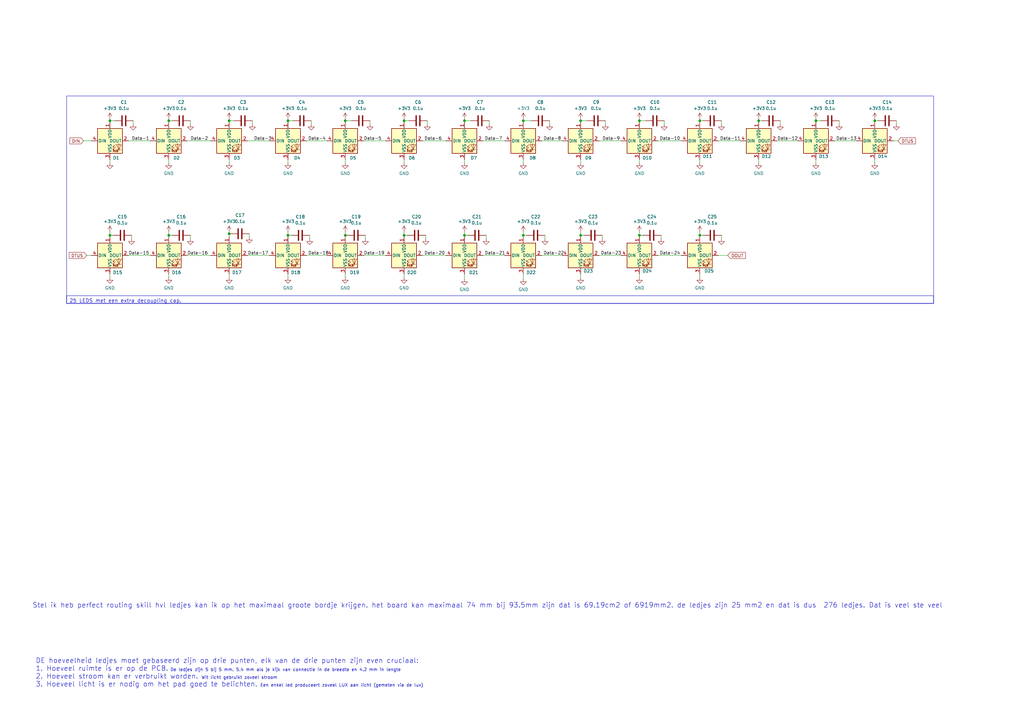
<source format=kicad_sch>
(kicad_sch (version 20230121) (generator eeschema)
  (paper "A3")
  (lib_symbols
    (symbol "Device:C" (pin_numbers hide) (pin_names (offset 0.254))
      (property "Reference" "C" (at 0.635 2.54 0))
      (property "Value" "C" (at 0.635 -2.54 0))
      (symbol "C_0_1"
        (polyline (pts (xy -2.032 -0.762) (xy 2.032 -0.762)) (stroke (width 0.508)))
        (polyline (pts (xy -2.032 0.762) (xy 2.032 0.762)) (stroke (width 0.508)))
      )
      (symbol "C_1_1"
        (pin passive line (at 0 3.81 270) (length 2.794) (name "~") (number "1"))
        (pin passive line (at 0 -3.81 90) (length 2.794) (name "~") (number "2"))
      )
    )
    (symbol "LED:WS2812B" (pin_names (offset 0.254))
      (property "Reference" "D" (at 5.08 5.715 0))
      (property "Value" "WS2812B" (at 1.27 -5.715 0))
      (symbol "WS2812B_0_0"
        (text "RGB" (at 2.286 -4.191 0) (effects (font (size 0.762 0.762))))
      )
      (symbol "WS2812B_0_1"
        (polyline (pts (xy 1.27 -3.556) (xy 1.778 -3.556)))
        (polyline (pts (xy 1.27 -2.54) (xy 1.778 -2.54)))
        (polyline (pts (xy 4.699 -3.556) (xy 2.667 -3.556)))
        (polyline (pts (xy 2.286 -2.54) (xy 1.27 -3.556) (xy 1.27 -3.048)))
        (polyline (pts (xy 2.286 -1.524) (xy 1.27 -2.54) (xy 1.27 -2.032)))
        (polyline (pts (xy 3.683 -1.016) (xy 3.683 -3.556) (xy 3.683 -4.064)))
        (polyline (pts (xy 4.699 -1.524) (xy 2.667 -1.524) (xy 3.683 -3.556) (xy 4.699 -1.524)))
        (rectangle (start 5.08 5.08) (end -5.08 -5.08) (stroke (width 0.254)) (fill (type background)))
      )
      (symbol "WS2812B_1_1"
        (pin power_in line (at 0 7.62 270) (length 2.54) (name "VDD") (number "1"))
        (pin output line (at 7.62 0 180) (length 2.54) (name "DOUT") (number "2"))
        (pin power_in line (at 0 -7.62 90) (length 2.54) (name "VSS") (number "3"))
        (pin input line (at -7.62 0 0) (length 2.54) (name "DIN") (number "4"))
      )
    )
    (symbol "power:+3V3" (power) (pin_names (offset 0))
      (property "Value" "+3V3" (at 0 3.556 0))
      (symbol "+3V3_0_1"
        (polyline (pts (xy -0.762 1.27) (xy 0 2.54)))
        (polyline (pts (xy 0 0) (xy 0 2.54)))
        (polyline (pts (xy 0 2.54) (xy 0.762 1.27)))
      )
      (symbol "+3V3_1_1"
        (pin power_in line (at 0 0 90) (length 0) hide (name "+3V3") (number "1"))
      )
    )
    (symbol "power:GND" (power) (pin_names (offset 0))
      (property "Value" "GND" (at 0 -3.81 0))
      (symbol "GND_0_1"
        (polyline (pts (xy 0 0) (xy 0 -1.27) (xy 1.27 -1.27) (xy 0 -2.54) (xy -1.27 -1.27) (xy 0 -1.27)))
      )
      (symbol "GND_1_1"
        (pin power_in line (at 0 0 270) (length 0) hide (name "GND") (number "1"))
      )
    )
  )
  (junction (at 69.215 49.53))
  (junction (at 238.125 96.52))
  (junction (at 311.15 49.53))
  (junction (at 69.215 96.52))
  (junction (at 287.02 49.53))
  (junction (at 190.5 49.53))
  (junction (at 214.63 49.53))
  (junction (at 165.735 96.52))
  (junction (at 165.735 49.53))
  (junction (at 214.63 96.52))
  (junction (at 238.125 49.53))
  (junction (at 118.11 49.53))
  (junction (at 141.605 49.53))
  (junction (at 262.255 96.52))
  (junction (at 45.085 96.52))
  (junction (at 118.11 96.52))
  (junction (at 334.645 49.53))
  (junction (at 45.085 49.53))
  (junction (at 141.605 96.52))
  (junction (at 262.255 49.53))
  (junction (at 190.5 96.52))
  (junction (at 93.98 95.885))
  (junction (at 358.775 49.53))
  (junction (at 93.98 49.53))
  (junction (at 287.02 96.52))
  (wire (pts (xy 69.215 112.395) (xy 69.215 113.665)))
  (wire (pts (xy 358.775 65.405) (xy 358.775 66.675)))
  (wire (pts (xy 334.645 48.895) (xy 334.645 49.53)))
  (wire (pts (xy 118.11 96.52) (xy 119.38 96.52)))
  (wire (pts (xy 118.11 49.53) (xy 120.015 49.53)))
  (wire (pts (xy 358.775 49.53) (xy 358.775 50.165)))
  (wire (pts (xy 366.395 57.785) (xy 368.3 57.785)))
  (wire (pts (xy 141.605 49.53) (xy 144.145 49.53)))
  (wire (pts (xy 165.735 65.405) (xy 165.735 66.675)))
  (wire (pts (xy 311.15 49.53) (xy 312.42 49.53)))
  (wire (pts (xy 69.215 49.53) (xy 69.215 50.165)))
  (wire (pts (xy 190.5 49.53) (xy 193.04 49.53)))
  (wire (pts (xy 358.775 48.895) (xy 358.775 49.53)))
  (wire (pts (xy 127.635 49.53) (xy 127.635 50.8)))
  (wire (pts (xy 76.835 57.785) (xy 86.36 57.785)))
  (wire (pts (xy 127 96.52) (xy 127 97.79)))
  (wire (pts (xy 93.98 49.53) (xy 95.885 49.53)))
  (wire (pts (xy 118.11 96.52) (xy 118.11 97.155)))
  (wire (pts (xy 141.605 96.52) (xy 141.605 97.155)))
  (wire (pts (xy 223.52 96.52) (xy 223.52 97.79)))
  (wire (pts (xy 190.5 65.405) (xy 190.5 66.675)))
  (wire (pts (xy 342.265 57.785) (xy 351.155 57.785)))
  (wire (pts (xy 102.235 95.885) (xy 102.235 97.155)))
  (wire (pts (xy 69.215 96.52) (xy 70.485 96.52)))
  (wire (pts (xy 141.605 96.52) (xy 142.24 96.52)))
  (wire (pts (xy 262.255 96.52) (xy 262.255 97.155)))
  (wire (pts (xy 93.98 48.895) (xy 93.98 49.53)))
  (wire (pts (xy 190.5 95.25) (xy 190.5 96.52)))
  (wire (pts (xy 52.705 57.785) (xy 61.595 57.785)))
  (wire (pts (xy 247.015 96.52) (xy 247.015 97.79)))
  (wire (pts (xy 358.775 49.53) (xy 360.045 49.53)))
  (wire (pts (xy 118.11 95.25) (xy 118.11 96.52)))
  (wire (pts (xy 151.765 49.53) (xy 151.765 50.8)))
  (wire (pts (xy 344.17 49.53) (xy 344.17 50.8)))
  (wire (pts (xy 141.605 65.405) (xy 141.605 66.675)))
  (wire (pts (xy 93.98 95.885) (xy 93.98 97.155)))
  (wire (pts (xy 238.125 96.52) (xy 238.125 97.155)))
  (wire (pts (xy 118.11 112.395) (xy 118.11 113.665)))
  (wire (pts (xy 118.11 48.895) (xy 118.11 49.53)))
  (wire (pts (xy 174.625 96.52) (xy 174.625 97.79)))
  (wire (pts (xy 165.735 49.53) (xy 165.735 50.165)))
  (wire (pts (xy 45.085 95.25) (xy 45.085 96.52)))
  (wire (pts (xy 76.835 104.775) (xy 86.36 104.775)))
  (wire (pts (xy 311.15 49.53) (xy 311.15 50.165)))
  (wire (pts (xy 214.63 49.53) (xy 217.805 49.53)))
  (wire (pts (xy 287.02 112.395) (xy 287.02 113.665)))
  (wire (pts (xy 214.63 49.53) (xy 214.63 50.165)))
  (wire (pts (xy 165.735 96.52) (xy 167.005 96.52)))
  (wire (pts (xy 214.63 95.25) (xy 214.63 96.52)))
  (wire (pts (xy 45.085 49.53) (xy 45.085 50.165)))
  (wire (pts (xy 190.5 96.52) (xy 191.77 96.52)))
  (wire (pts (xy 311.15 65.405) (xy 311.15 66.675)))
  (wire (pts (xy 287.02 65.405) (xy 287.02 66.675)))
  (wire (pts (xy 262.255 49.53) (xy 264.795 49.53)))
  (wire (pts (xy 149.225 104.775) (xy 158.115 104.775)))
  (wire (pts (xy 93.98 49.53) (xy 93.98 50.165)))
  (wire (pts (xy 222.25 104.775) (xy 230.505 104.775)))
  (wire (pts (xy 141.605 48.895) (xy 141.605 49.53)))
  (wire (pts (xy 248.285 49.53) (xy 248.285 50.8)))
  (wire (pts (xy 69.215 95.25) (xy 69.215 96.52)))
  (wire (pts (xy 45.085 96.52) (xy 46.355 96.52)))
  (wire (pts (xy 45.085 112.395) (xy 45.085 113.665)))
  (wire (pts (xy 173.355 104.775) (xy 182.88 104.775)))
  (wire (pts (xy 367.665 49.53) (xy 367.665 50.8)))
  (wire (pts (xy 69.215 65.405) (xy 69.215 66.675)))
  (wire (pts (xy 311.15 48.895) (xy 311.15 49.53)))
  (wire (pts (xy 165.735 48.895) (xy 165.735 49.53)))
  (wire (pts (xy 118.11 49.53) (xy 118.11 50.165)))
  (wire (pts (xy 141.605 112.395) (xy 141.605 113.665)))
  (wire (pts (xy 238.125 49.53) (xy 238.125 50.165)))
  (wire (pts (xy 334.645 49.53) (xy 336.55 49.53)))
  (wire (pts (xy 225.425 49.53) (xy 225.425 50.8)))
  (wire (pts (xy 238.125 112.395) (xy 238.125 113.665)))
  (wire (pts (xy 165.735 95.25) (xy 165.735 96.52)))
  (wire (pts (xy 45.085 96.52) (xy 45.085 97.155)))
  (wire (pts (xy 35.56 104.775) (xy 37.465 104.775)))
  (wire (pts (xy 245.745 57.785) (xy 254.635 57.785)))
  (wire (pts (xy 262.255 95.25) (xy 262.255 96.52)))
  (wire (pts (xy 287.02 96.52) (xy 287.02 97.155)))
  (wire (pts (xy 53.975 96.52) (xy 53.975 97.79)))
  (wire (pts (xy 287.02 95.25) (xy 287.02 96.52)))
  (wire (pts (xy 334.645 49.53) (xy 334.645 50.165)))
  (wire (pts (xy 295.91 96.52) (xy 295.91 97.79)))
  (wire (pts (xy 214.63 96.52) (xy 215.9 96.52)))
  (wire (pts (xy 149.225 57.785) (xy 158.115 57.785)))
  (wire (pts (xy 287.02 49.53) (xy 288.29 49.53)))
  (wire (pts (xy 238.125 95.25) (xy 238.125 96.52)))
  (wire (pts (xy 69.215 96.52) (xy 69.215 97.155)))
  (wire (pts (xy 190.5 112.395) (xy 190.5 114.3)))
  (wire (pts (xy 245.745 104.775) (xy 254.635 104.775)))
  (wire (pts (xy 214.63 96.52) (xy 214.63 97.155)))
  (wire (pts (xy 69.215 49.53) (xy 70.485 49.53)))
  (wire (pts (xy 214.63 112.395) (xy 214.63 114.3)))
  (wire (pts (xy 200.66 49.53) (xy 200.66 50.8)))
  (wire (pts (xy 238.125 65.405) (xy 238.125 66.675)))
  (wire (pts (xy 269.875 104.775) (xy 279.4 104.775)))
  (wire (pts (xy 125.73 57.785) (xy 133.985 57.785)))
  (wire (pts (xy 93.98 95.25) (xy 93.98 95.885)))
  (wire (pts (xy 294.64 57.785) (xy 303.53 57.785)))
  (wire (pts (xy 173.355 57.785) (xy 182.88 57.785)))
  (wire (pts (xy 269.875 57.785) (xy 279.4 57.785)))
  (wire (pts (xy 198.12 57.785) (xy 207.01 57.785)))
  (wire (pts (xy 287.02 96.52) (xy 288.29 96.52)))
  (wire (pts (xy 34.29 57.785) (xy 37.465 57.785)))
  (wire (pts (xy 262.255 48.895) (xy 262.255 49.53)))
  (wire (pts (xy 238.125 48.895) (xy 238.125 49.53)))
  (wire (pts (xy 318.77 57.785) (xy 327.025 57.785)))
  (wire (pts (xy 45.085 65.405) (xy 45.085 66.675)))
  (wire (pts (xy 287.02 48.895) (xy 287.02 49.53)))
  (wire (pts (xy 287.02 49.53) (xy 287.02 50.165)))
  (wire (pts (xy 165.735 96.52) (xy 165.735 97.155)))
  (wire (pts (xy 190.5 49.53) (xy 190.5 50.165)))
  (wire (pts (xy 101.6 57.785) (xy 110.49 57.785)))
  (wire (pts (xy 190.5 48.895) (xy 190.5 49.53)))
  (wire (pts (xy 199.39 96.52) (xy 199.39 97.79)))
  (wire (pts (xy 175.26 49.53) (xy 175.26 50.8)))
  (wire (pts (xy 262.255 65.405) (xy 262.255 66.675)))
  (wire (pts (xy 320.04 49.53) (xy 320.04 50.8)))
  (wire (pts (xy 93.98 65.405) (xy 93.98 66.675)))
  (wire (pts (xy 294.64 104.775) (xy 298.45 104.775)))
  (wire (pts (xy 118.11 65.405) (xy 118.11 66.675)))
  (wire (pts (xy 295.91 49.53) (xy 295.91 50.8)))
  (wire (pts (xy 214.63 65.405) (xy 214.63 66.675)))
  (wire (pts (xy 78.105 49.53) (xy 78.105 50.8)))
  (wire (pts (xy 93.98 112.395) (xy 93.98 113.665)))
  (wire (pts (xy 141.605 95.25) (xy 141.605 96.52)))
  (wire (pts (xy 262.255 96.52) (xy 263.525 96.52)))
  (wire (pts (xy 165.735 49.53) (xy 167.64 49.53)))
  (wire (pts (xy 45.085 48.895) (xy 45.085 49.53)))
  (wire (pts (xy 272.415 49.53) (xy 272.415 50.8)))
  (wire (pts (xy 54.61 49.53) (xy 54.61 50.8)))
  (wire (pts (xy 222.25 57.785) (xy 230.505 57.785)))
  (wire (pts (xy 93.98 95.885) (xy 94.615 95.885)))
  (wire (pts (xy 214.63 48.895) (xy 214.63 49.53)))
  (wire (pts (xy 198.12 104.775) (xy 207.01 104.775)))
  (wire (pts (xy 52.705 104.775) (xy 61.595 104.775)))
  (wire (pts (xy 141.605 49.53) (xy 141.605 50.165)))
  (wire (pts (xy 334.645 65.405) (xy 334.645 66.675)))
  (wire (pts (xy 165.735 112.395) (xy 165.735 113.665)))
  (wire (pts (xy 69.215 48.895) (xy 69.215 49.53)))
  (wire (pts (xy 45.085 49.53) (xy 46.99 49.53)))
  (wire (pts (xy 238.125 49.53) (xy 240.665 49.53)))
  (wire (pts (xy 101.6 104.775) (xy 110.49 104.775)))
  (wire (pts (xy 238.125 96.52) (xy 239.395 96.52)))
  (wire (pts (xy 262.255 49.53) (xy 262.255 50.165)))
  (wire (pts (xy 78.105 96.52) (xy 78.105 97.79)))
  (wire (pts (xy 190.5 96.52) (xy 190.5 97.155)))
  (wire (pts (xy 271.145 96.52) (xy 271.145 97.79)))
  (wire (pts (xy 103.505 49.53) (xy 103.505 50.8)))
  (wire (pts (xy 149.86 96.52) (xy 149.86 97.79)))
  (wire (pts (xy 262.255 112.395) (xy 262.255 113.665)))
  (wire (pts (xy 125.73 104.775) (xy 133.985 104.775)))
  (rectangle (start 27.305 39.37) (end 382.905 124.46))
  (text_box "25 LEDS met een extra decoupling cap." (at 27.305 121.285 0) (size 355.6 3.175) (effects (font (size 1.5 1.5)) (justify left top)))
  (text "DE hoeveelheid ledjes moet gebaseerd zijn op drie punten, elk van de drie punten zijn even cruciaal:\n1. Hoeveel ruimte is er op de PCB.\n2. Hoeveel stroom kan er verbruikt worden.\n3. Hoeveel licht is er nodig om het pad goed te belichten." (at 14.605 281.94 0) (effects (font (size 2 2)) (justify left bottom)))
  (text "Stel ik heb perfect routing skill hvl ledjes kan ik op het maximaal groote bordje krijgen. het board kan maximaal 74 mm bij 93.5mm zijn dat is 69.19cm2 of 6919mm2. de ledjes zijn 25 mm2 en dat is dus  276 ledjes. Dat is veel ste veel\n" (at 13.335 249.555 0) (effects (font (size 2 2)) (justify left bottom)))
  (text "Wit licht gebruikt zoveel stroom" (at 82.55 278.765 0) (effects (font (size 1.27 1.27)) (justify left bottom)))
  (text "Een enkel led produceert zoveel LUX aan licht (gemeten via de lux)" (at 106.68 281.94 0) (effects (font (size 1.27 1.27)) (justify left bottom)))
  (text "De ledjes zijn 5 bij 5 mm. 5.4 mm als je kijk van connectie in de breedte en 4.2 mm in lengte\n" (at 69.85 275.59 0) (effects (font (size 1.27 1.27)) (justify left bottom)))
  (label "Data-5" (at 149.225 57.785 0))
  (label "Data-2" (at 78.105 57.785 0))
  (label "Data-9" (at 247.015 57.785 0))
  (label "Data-11" (at 295.275 57.785 0))
  (label "Data-23" (at 246.38 104.775 0))
  (label "Data-16" (at 76.835 104.775 0))
  (label "Data-21" (at 198.755 104.775 0))
  (label "Data-13" (at 342.9 57.785 0))
  (label "Data-6" (at 173.99 57.785 0))
  (label "Data-8" (at 222.885 57.785 0))
  (label "Data-1" (at 53.975 57.785 0))
  (label "Data-10" (at 270.51 57.785 0))
  (label "Data-19" (at 149.225 104.775 0))
  (label "Data-12" (at 318.77 57.785 0))
  (label "Data-17" (at 101.6 104.775 0))
  (label "Data-24" (at 270.51 104.775 0))
  (label "Data-18" (at 126.365 104.775 0))
  (label "Data-22" (at 222.885 104.775 0))
  (label "Data-3" (at 104.14 57.785 0))
  (label "Data-15" (at 52.705 104.775 0))
  (label "Data-7" (at 198.755 57.785 0))
  (label "Data-20" (at 173.99 104.775 0))
  (label "Data-4" (at 126.365 57.785 0))
  (global_label "DOUT" (shape input) (at 298.45 104.775 0) (property "Intersheetrefs" "${INTERSHEET_REFS}" (effects hide)))
  (global_label "DIN" (shape input) (at 34.29 57.785 180) (property "Intersheetrefs" "${INTERSHEET_REFS}" (effects hide)))
  (global_label "DTUS" (shape input) (at 368.3 57.785 0) (property "Intersheetrefs" "${INTERSHEET_REFS}" (effects hide)))
  (global_label "DTUS" (shape input) (at 35.56 104.775 180) (property "Intersheetrefs" "${INTERSHEET_REFS}" (effects hide)))
  (symbol (lib_id "power:GND") (at 190.5 114.3 0) (unit 1)
    (property "Reference" "#PWR021" (effects hide))
    (property "Value" "GND" (at 190.5 118.745 0))
  )
  (symbol (lib_id "power:GND") (at 262.255 66.675 0) (unit 1)
    (property "Reference" "#PWR010" (effects hide))
    (property "Value" "GND" (at 262.255 71.12 0))
  )
  (symbol (lib_id "LED:WS2812B") (at 165.735 57.785 0) (unit 1)
    (property "Reference" "D6" (at 168.91 64.77 0))
    (property "Value" "WS2812B" (effects hide))
    (property "Footprint" "LED_SMD:LED_WS2812B_PLCC4_5.0x5.0mm_P3.2mm" (effects hide))
    (property "Datasheet" "https://cdn-shop.adafruit.com/datasheets/WS2812B.pdf" (effects hide))
  )
  (symbol (lib_id "power:GND") (at 118.11 113.665 0) (unit 1)
    (property "Reference" "#PWR018" (effects hide))
    (property "Value" "GND" (at 118.11 118.11 0))
  )
  (symbol (lib_id "LED:WS2812B") (at 214.63 104.775 0) (unit 1)
    (property "Reference" "D22" (at 217.805 111.76 0))
    (property "Value" "WS2812B" (effects hide))
    (property "Footprint" "LED_SMD:LED_WS2812B_PLCC4_5.0x5.0mm_P3.2mm" (effects hide))
    (property "Datasheet" "https://cdn-shop.adafruit.com/datasheets/WS2812B.pdf" (effects hide))
  )
  (symbol (lib_id "power:+3V3") (at 118.11 48.895 0) (unit 1)
    (property "Reference" "#PWR029" (effects hide))
    (property "Value" "+3V3" (at 118.11 44.45 0))
  )
  (symbol (lib_id "power:+3V3") (at 358.775 48.895 0) (unit 1)
    (property "Reference" "#PWR039" (effects hide))
    (property "Value" "+3V3" (at 358.775 44.45 0))
  )
  (symbol (lib_id "power:GND") (at 45.085 66.675 0) (unit 1)
    (property "Reference" "#PWR01" (effects hide))
    (property "Value" "GND" (effects hide))
  )
  (symbol (lib_id "power:GND") (at 200.66 50.8 0) (unit 1)
    (property "Reference" "#PWR057" (effects hide))
    (property "Value" "GND" (effects hide))
  )
  (symbol (lib_id "power:GND") (at 334.645 66.675 0) (unit 1)
    (property "Reference" "#PWR013" (effects hide))
    (property "Value" "GND" (at 334.645 71.12 0))
  )
  (symbol (lib_id "power:GND") (at 223.52 97.79 0) (unit 1)
    (property "Reference" "#PWR072" (effects hide))
    (property "Value" "GND" (effects hide))
  )
  (symbol (lib_id "Device:C") (at 196.85 49.53 90) (unit 1)
    (property "Reference" "C7" (at 196.85 41.91 90))
    (property "Value" "0.1u" (at 196.85 44.45 90))
    (property "Footprint" "Capacitor_SMD:C_0603_1608Metric" (effects hide))
  )
  (symbol (lib_id "power:GND") (at 214.63 66.675 0) (unit 1)
    (property "Reference" "#PWR08" (effects hide))
    (property "Value" "GND" (at 214.63 71.12 0))
  )
  (symbol (lib_id "LED:WS2812B") (at 93.98 104.775 0) (unit 1)
    (property "Reference" "D17" (at 97.155 111.76 0))
    (property "Value" "WS2812B" (effects hide))
    (property "Footprint" "LED_SMD:LED_WS2812B_PLCC4_5.0x5.0mm_P3.2mm" (effects hide))
    (property "Datasheet" "https://cdn-shop.adafruit.com/datasheets/WS2812B.pdf" (effects hide))
  )
  (symbol (lib_id "power:GND") (at 175.26 50.8 0) (unit 1)
    (property "Reference" "#PWR056" (effects hide))
    (property "Value" "GND" (effects hide))
  )
  (symbol (lib_id "power:GND") (at 165.735 113.665 0) (unit 1)
    (property "Reference" "#PWR020" (effects hide))
    (property "Value" "GND" (at 165.735 118.11 0))
  )
  (symbol (lib_id "LED:WS2812B") (at 93.98 57.785 0) (unit 1)
    (property "Reference" "D3" (at 97.155 64.77 0))
    (property "Value" "WS2812B" (effects hide))
    (property "Footprint" "LED_SMD:LED_WS2812B_PLCC4_5.0x5.0mm_P3.2mm" (effects hide))
    (property "Datasheet" "https://cdn-shop.adafruit.com/datasheets/WS2812B.pdf" (effects hide))
  )
  (symbol (lib_id "power:+3V3") (at 69.215 95.25 0) (unit 1)
    (property "Reference" "#PWR041" (effects hide))
    (property "Value" "+3V3" (at 69.215 90.805 0))
  )
  (symbol (lib_id "power:GND") (at 174.625 97.79 0) (unit 1)
    (property "Reference" "#PWR070" (effects hide))
    (property "Value" "GND" (effects hide))
  )
  (symbol (lib_id "LED:WS2812B") (at 334.645 57.785 0) (unit 1)
    (property "Reference" "D13" (at 337.82 64.135 0))
    (property "Value" "WS2812B" (effects hide))
    (property "Footprint" "LED_SMD:LED_WS2812B_PLCC4_5.0x5.0mm_P3.2mm" (effects hide))
    (property "Datasheet" "https://cdn-shop.adafruit.com/datasheets/WS2812B.pdf" (effects hide))
  )
  (symbol (lib_id "LED:WS2812B") (at 69.215 104.775 0) (unit 1)
    (property "Reference" "D16" (at 72.39 111.76 0))
    (property "Value" "WS2812B" (effects hide))
    (property "Footprint" "LED_SMD:LED_WS2812B_PLCC4_5.0x5.0mm_P3.2mm" (effects hide))
    (property "Datasheet" "https://cdn-shop.adafruit.com/datasheets/WS2812B.pdf" (effects hide))
  )
  (symbol (lib_id "power:+3V3") (at 311.15 48.895 0) (unit 1)
    (property "Reference" "#PWR037" (effects hide))
    (property "Value" "+3V3" (at 311.15 44.45 0))
  )
  (symbol (lib_id "power:GND") (at 214.63 114.3 0) (unit 1)
    (property "Reference" "#PWR022" (effects hide))
    (property "Value" "GND" (at 214.63 118.745 0))
  )
  (symbol (lib_id "power:GND") (at 248.285 50.8 0) (unit 1)
    (property "Reference" "#PWR059" (effects hide))
    (property "Value" "GND" (effects hide))
  )
  (symbol (lib_id "LED:WS2812B") (at 190.5 104.775 0) (unit 1)
    (property "Reference" "D21" (at 194.31 111.76 0))
    (property "Value" "WS2812B" (effects hide))
    (property "Footprint" "LED_SMD:LED_WS2812B_PLCC4_5.0x5.0mm_P3.2mm" (effects hide))
    (property "Datasheet" "https://cdn-shop.adafruit.com/datasheets/WS2812B.pdf" (effects hide))
  )
  (symbol (lib_id "Device:C") (at 243.205 96.52 90) (unit 1)
    (property "Reference" "C23" (at 243.205 88.9 90))
    (property "Value" "0.1u" (at 243.205 91.44 90))
    (property "Footprint" "Capacitor_SMD:C_0603_1608Metric" (effects hide))
  )
  (symbol (lib_id "LED:WS2812B") (at 118.11 104.775 0) (unit 1)
    (property "Reference" "D18" (at 121.285 111.76 0))
    (property "Value" "WS2812B" (effects hide))
    (property "Footprint" "LED_SMD:LED_WS2812B_PLCC4_5.0x5.0mm_P3.2mm" (effects hide))
    (property "Datasheet" "https://cdn-shop.adafruit.com/datasheets/WS2812B.pdf" (effects hide))
  )
  (symbol (lib_id "power:+3V3") (at 287.02 48.895 0) (unit 1)
    (property "Reference" "#PWR036" (effects hide))
    (property "Value" "+3V3" (at 287.02 44.45 0))
  )
  (symbol (lib_id "power:GND") (at 271.145 97.79 0) (unit 1)
    (property "Reference" "#PWR074" (effects hide))
    (property "Value" "GND" (effects hide))
  )
  (symbol (lib_id "Device:C") (at 267.335 96.52 90) (unit 1)
    (property "Reference" "C24" (at 267.335 88.9 90))
    (property "Value" "0.1u" (at 267.335 91.44 90))
    (property "Footprint" "Capacitor_SMD:C_0603_1608Metric" (effects hide))
  )
  (symbol (lib_id "Device:C") (at 195.58 96.52 90) (unit 1)
    (property "Reference" "C21" (at 195.58 88.9 90))
    (property "Value" "0.1u" (at 195.58 91.44 90))
    (property "Footprint" "Capacitor_SMD:C_0603_1608Metric" (effects hide))
  )
  (symbol (lib_id "power:GND") (at 287.02 66.675 0) (unit 1)
    (property "Reference" "#PWR011" (effects hide))
    (property "Value" "GND" (at 287.02 71.12 0))
  )
  (symbol (lib_id "power:GND") (at 45.085 113.665 0) (unit 1)
    (property "Reference" "#PWR015" (effects hide))
    (property "Value" "GND" (at 45.085 118.11 0))
  )
  (symbol (lib_id "Device:C") (at 98.425 95.885 90) (unit 1)
    (property "Reference" "C17" (at 98.425 88.265 90))
    (property "Value" "0.1u" (at 98.425 90.805 90))
    (property "Footprint" "Capacitor_SMD:C_0603_1608Metric" (effects hide))
  )
  (symbol (lib_id "power:GND") (at 78.105 50.8 0) (unit 1)
    (property "Reference" "#PWR052" (effects hide))
    (property "Value" "GND" (effects hide))
  )
  (symbol (lib_id "Device:C") (at 292.1 49.53 90) (unit 1)
    (property "Reference" "C11" (at 292.1 41.91 90))
    (property "Value" "0.1u" (at 292.1 44.45 90))
    (property "Footprint" "Capacitor_SMD:C_0603_1608Metric" (effects hide))
  )
  (symbol (lib_id "power:GND") (at 69.215 66.675 0) (unit 1)
    (property "Reference" "#PWR02" (effects hide))
    (property "Value" "GND" (at 69.215 71.12 0))
  )
  (symbol (lib_id "power:+3V3") (at 93.98 48.895 0) (unit 1)
    (property "Reference" "#PWR028" (effects hide))
    (property "Value" "+3V3" (at 93.98 44.45 0))
  )
  (symbol (lib_id "power:GND") (at 93.98 113.665 0) (unit 1)
    (property "Reference" "#PWR017" (effects hide))
    (property "Value" "GND" (at 93.98 118.11 0))
  )
  (symbol (lib_id "power:GND") (at 287.02 113.665 0) (unit 1)
    (property "Reference" "#PWR025" (effects hide))
    (property "Value" "GND" (at 287.02 118.11 0))
  )
  (symbol (lib_id "Device:C") (at 171.45 49.53 90) (unit 1)
    (property "Reference" "C6" (at 171.45 41.91 90))
    (property "Value" "0.1u" (at 171.45 44.45 90))
    (property "Footprint" "Capacitor_SMD:C_0603_1608Metric" (effects hide))
  )
  (symbol (lib_id "power:GND") (at 165.735 66.675 0) (unit 1)
    (property "Reference" "#PWR06" (effects hide))
    (property "Value" "GND" (at 165.735 71.12 0))
  )
  (symbol (lib_id "Device:C") (at 123.19 96.52 90) (unit 1)
    (property "Reference" "C18" (at 123.19 88.9 90))
    (property "Value" "0.1u" (at 123.19 91.44 90))
    (property "Footprint" "Capacitor_SMD:C_0603_1608Metric" (effects hide))
  )
  (symbol (lib_id "power:+3V3") (at 262.255 95.25 0) (unit 1)
    (property "Reference" "#PWR049" (effects hide))
    (property "Value" "+3V3" (at 262.255 90.805 0))
  )
  (symbol (lib_id "power:GND") (at 344.17 50.8 0) (unit 1)
    (property "Reference" "#PWR063" (effects hide))
    (property "Value" "GND" (effects hide))
  )
  (symbol (lib_id "power:+3V3") (at 238.125 48.895 0) (unit 1)
    (property "Reference" "#PWR034" (effects hide))
    (property "Value" "+3V3" (at 238.125 44.45 0))
  )
  (symbol (lib_id "power:+3V3") (at 45.085 95.25 0) (unit 1)
    (property "Reference" "#PWR040" (effects hide))
    (property "Value" "+3V3" (at 45.085 90.805 0))
  )
  (symbol (lib_id "Device:C") (at 363.855 49.53 90) (unit 1)
    (property "Reference" "C14" (at 363.855 41.91 90))
    (property "Value" "0.1u" (at 363.855 44.45 90))
    (property "Footprint" "Capacitor_SMD:C_0603_1608Metric" (effects hide))
  )
  (symbol (lib_id "LED:WS2812B") (at 118.11 57.785 0) (unit 1)
    (property "Reference" "D4" (at 121.92 64.77 0))
    (property "Value" "WS2812B" (effects hide))
    (property "Footprint" "LED_SMD:LED_WS2812B_PLCC4_5.0x5.0mm_P3.2mm" (effects hide))
    (property "Datasheet" "https://cdn-shop.adafruit.com/datasheets/WS2812B.pdf" (effects hide))
  )
  (symbol (lib_id "power:+3V3") (at 190.5 95.25 0) (unit 1)
    (property "Reference" "#PWR046" (effects hide))
    (property "Value" "+3V3" (at 190.5 90.805 0))
  )
  (symbol (lib_id "Device:C") (at 170.815 96.52 90) (unit 1)
    (property "Reference" "C20" (at 170.815 88.9 90))
    (property "Value" "0.1u" (at 170.815 91.44 90))
    (property "Footprint" "Capacitor_SMD:C_0603_1608Metric" (effects hide))
  )
  (symbol (lib_id "power:GND") (at 102.235 97.155 0) (unit 1)
    (property "Reference" "#PWR067" (effects hide))
    (property "Value" "GND" (effects hide))
  )
  (symbol (lib_id "power:+3V3") (at 141.605 95.25 0) (unit 1)
    (property "Reference" "#PWR044" (effects hide))
    (property "Value" "+3V3" (at 141.605 90.805 0))
  )
  (symbol (lib_id "Device:C") (at 99.695 49.53 90) (unit 1)
    (property "Reference" "C3" (at 99.695 41.91 90))
    (property "Value" "0.1u" (at 99.695 44.45 90))
    (property "Footprint" "Capacitor_SMD:C_0603_1608Metric" (effects hide))
  )
  (symbol (lib_id "power:GND") (at 247.015 97.79 0) (unit 1)
    (property "Reference" "#PWR073" (effects hide))
    (property "Value" "GND" (effects hide))
  )
  (symbol (lib_id "power:GND") (at 262.255 113.665 0) (unit 1)
    (property "Reference" "#PWR024" (effects hide))
    (property "Value" "GND" (at 262.255 118.11 0))
  )
  (symbol (lib_id "power:GND") (at 149.86 97.79 0) (unit 1)
    (property "Reference" "#PWR069" (effects hide))
    (property "Value" "GND" (effects hide))
  )
  (symbol (lib_id "LED:WS2812B") (at 311.15 57.785 0) (unit 1)
    (property "Reference" "D12" (at 314.325 64.135 0))
    (property "Value" "WS2812B" (effects hide))
    (property "Footprint" "LED_SMD:LED_WS2812B_PLCC4_5.0x5.0mm_P3.2mm" (effects hide))
    (property "Datasheet" "https://cdn-shop.adafruit.com/datasheets/WS2812B.pdf" (effects hide))
  )
  (symbol (lib_id "power:+3V3") (at 190.5 48.895 0) (unit 1)
    (property "Reference" "#PWR032" (effects hide))
    (property "Value" "+3V3" (at 190.5 44.45 0))
  )
  (symbol (lib_id "power:+3V3") (at 141.605 48.895 0) (unit 1)
    (property "Reference" "#PWR030" (effects hide))
    (property "Value" "+3V3" (at 141.605 44.45 0))
  )
  (symbol (lib_id "Device:C") (at 147.955 49.53 90) (unit 1)
    (property "Reference" "C5" (at 147.955 41.91 90))
    (property "Value" "0.1u" (at 147.955 44.45 90))
    (property "Footprint" "Capacitor_SMD:C_0603_1608Metric" (effects hide))
  )
  (symbol (lib_id "power:GND") (at 78.105 97.79 0) (unit 1)
    (property "Reference" "#PWR066" (effects hide))
    (property "Value" "GND" (effects hide))
  )
  (symbol (lib_id "Device:C") (at 50.165 96.52 90) (unit 1)
    (property "Reference" "C15" (at 50.165 88.9 90))
    (property "Value" "0.1u" (at 50.165 91.44 90))
    (property "Footprint" "Capacitor_SMD:C_0603_1608Metric" (effects hide))
  )
  (symbol (lib_id "LED:WS2812B") (at 358.775 57.785 0) (unit 1)
    (property "Reference" "D14" (at 361.95 64.135 0))
    (property "Value" "WS2812B" (effects hide))
    (property "Footprint" "LED_SMD:LED_WS2812B_PLCC4_5.0x5.0mm_P3.2mm" (effects hide))
    (property "Datasheet" "https://cdn-shop.adafruit.com/datasheets/WS2812B.pdf" (effects hide))
  )
  (symbol (lib_id "power:GND") (at 238.125 113.665 0) (unit 1)
    (property "Reference" "#PWR023" (effects hide))
    (property "Value" "GND" (at 238.125 118.11 0))
  )
  (symbol (lib_id "power:GND") (at 93.98 66.675 0) (unit 1)
    (property "Reference" "#PWR03" (effects hide))
    (property "Value" "GND" (at 93.98 71.12 0))
  )
  (symbol (lib_id "Device:C") (at 219.71 96.52 90) (unit 1)
    (property "Reference" "C22" (at 219.71 88.9 90))
    (property "Value" "0.1u" (at 219.71 91.44 90))
    (property "Footprint" "Capacitor_SMD:C_0603_1608Metric" (effects hide))
  )
  (symbol (lib_id "power:+3V3") (at 165.735 95.25 0) (unit 1)
    (property "Reference" "#PWR045" (effects hide))
    (property "Value" "+3V3" (at 165.735 90.805 0))
  )
  (symbol (lib_id "LED:WS2812B") (at 141.605 104.775 0) (unit 1)
    (property "Reference" "D19" (at 145.415 111.76 0))
    (property "Value" "WS2812B" (effects hide))
    (property "Footprint" "LED_SMD:LED_WS2812B_PLCC4_5.0x5.0mm_P3.2mm" (effects hide))
    (property "Datasheet" "https://cdn-shop.adafruit.com/datasheets/WS2812B.pdf" (effects hide))
  )
  (symbol (lib_id "power:+3V3") (at 118.11 95.25 0) (unit 1)
    (property "Reference" "#PWR043" (effects hide))
    (property "Value" "+3V3" (at 118.11 90.805 0))
  )
  (symbol (lib_id "power:+3V3") (at 214.63 48.895 0) (unit 1)
    (property "Reference" "#PWR033" (effects hide))
    (property "Value" "+3V3" (at 214.63 44.45 0))
  )
  (symbol (lib_id "power:+3V3") (at 334.645 48.895 0) (unit 1)
    (property "Reference" "#PWR038" (effects hide))
    (property "Value" "+3V3" (at 334.645 44.45 0))
  )
  (symbol (lib_id "Device:C") (at 316.23 49.53 90) (unit 1)
    (property "Reference" "C12" (at 316.23 41.91 90))
    (property "Value" "0.1u" (at 316.23 44.45 90))
    (property "Footprint" "Capacitor_SMD:C_0603_1608Metric" (effects hide))
  )
  (symbol (lib_id "power:GND") (at 199.39 97.79 0) (unit 1)
    (property "Reference" "#PWR071" (effects hide))
    (property "Value" "GND" (effects hide))
  )
  (symbol (lib_id "power:GND") (at 238.125 66.675 0) (unit 1)
    (property "Reference" "#PWR09" (effects hide))
    (property "Value" "GND" (at 238.125 71.12 0))
  )
  (symbol (lib_id "LED:WS2812B") (at 165.735 104.775 0) (unit 1)
    (property "Reference" "D20" (at 168.91 111.76 0))
    (property "Value" "WS2812B" (effects hide))
    (property "Footprint" "LED_SMD:LED_WS2812B_PLCC4_5.0x5.0mm_P3.2mm" (effects hide))
    (property "Datasheet" "https://cdn-shop.adafruit.com/datasheets/WS2812B.pdf" (effects hide))
  )
  (symbol (lib_id "LED:WS2812B") (at 45.085 57.785 0) (unit 1)
    (property "Reference" "D1" (at 47.625 64.77 0))
    (property "Value" "WS2812B" (effects hide))
    (property "Footprint" "LED_SMD:LED_WS2812B_PLCC4_5.0x5.0mm_P3.2mm" (effects hide))
    (property "Datasheet" "https://cdn-shop.adafruit.com/datasheets/WS2812B.pdf" (effects hide))
  )
  (symbol (lib_id "Device:C") (at 268.605 49.53 90) (unit 1)
    (property "Reference" "C10" (at 268.605 41.91 90))
    (property "Value" "0.1u" (at 268.605 44.45 90))
    (property "Footprint" "Capacitor_SMD:C_0603_1608Metric" (effects hide))
  )
  (symbol (lib_id "power:+3V3") (at 69.215 48.895 0) (unit 1)
    (property "Reference" "#PWR027" (effects hide))
    (property "Value" "+3V3" (at 69.215 44.45 0))
  )
  (symbol (lib_id "power:GND") (at 141.605 66.675 0) (unit 1)
    (property "Reference" "#PWR05" (effects hide))
    (property "Value" "GND" (at 141.605 71.12 0))
  )
  (symbol (lib_id "power:GND") (at 225.425 50.8 0) (unit 1)
    (property "Reference" "#PWR058" (effects hide))
    (property "Value" "GND" (effects hide))
  )
  (symbol (lib_id "LED:WS2812B") (at 238.125 104.775 0) (unit 1)
    (property "Reference" "D23" (at 241.3 111.125 0))
    (property "Value" "WS2812B" (effects hide))
    (property "Footprint" "LED_SMD:LED_WS2812B_PLCC4_5.0x5.0mm_P3.2mm" (effects hide))
    (property "Datasheet" "https://cdn-shop.adafruit.com/datasheets/WS2812B.pdf" (effects hide))
  )
  (symbol (lib_id "Device:C") (at 340.36 49.53 90) (unit 1)
    (property "Reference" "C13" (at 340.36 41.91 90))
    (property "Value" "0.1u" (at 340.36 44.45 90))
    (property "Footprint" "Capacitor_SMD:C_0603_1608Metric" (effects hide))
  )
  (symbol (lib_id "power:+3V3") (at 287.02 95.25 0) (unit 1)
    (property "Reference" "#PWR050" (effects hide))
    (property "Value" "+3V3" (at 287.02 90.805 0))
  )
  (symbol (lib_id "power:+3V3") (at 93.98 95.25 0) (unit 1)
    (property "Reference" "#PWR042" (effects hide))
    (property "Value" "+3V3" (at 93.98 90.805 0))
  )
  (symbol (lib_id "LED:WS2812B") (at 287.02 104.775 0) (unit 1)
    (property "Reference" "D25" (at 290.83 111.125 0))
    (property "Value" "WS2812B" (effects hide))
    (property "Footprint" "LED_SMD:LED_WS2812B_PLCC4_5.0x5.0mm_P3.2mm" (effects hide))
    (property "Datasheet" "https://cdn-shop.adafruit.com/datasheets/WS2812B.pdf" (effects hide))
  )
  (symbol (lib_id "power:GND") (at 272.415 50.8 0) (unit 1)
    (property "Reference" "#PWR060" (effects hide))
    (property "Value" "GND" (effects hide))
  )
  (symbol (lib_id "power:GND") (at 53.975 97.79 0) (unit 1)
    (property "Reference" "#PWR065" (effects hide))
    (property "Value" "GND" (effects hide))
  )
  (symbol (lib_id "Device:C") (at 244.475 49.53 90) (unit 1)
    (property "Reference" "C9" (at 244.475 41.91 90))
    (property "Value" "0.1u" (at 244.475 44.45 90))
    (property "Footprint" "Capacitor_SMD:C_0603_1608Metric" (effects hide))
  )
  (symbol (lib_id "power:GND") (at 127.635 50.8 0) (unit 1)
    (property "Reference" "#PWR054" (effects hide))
    (property "Value" "GND" (effects hide))
  )
  (symbol (lib_id "power:GND") (at 295.91 50.8 0) (unit 1)
    (property "Reference" "#PWR061" (effects hide))
    (property "Value" "GND" (effects hide))
  )
  (symbol (lib_id "power:GND") (at 141.605 113.665 0) (unit 1)
    (property "Reference" "#PWR019" (effects hide))
    (property "Value" "GND" (at 141.605 118.11 0))
  )
  (symbol (lib_id "Device:C") (at 74.295 96.52 90) (unit 1)
    (property "Reference" "C16" (at 74.295 88.9 90))
    (property "Value" "0.1u" (at 74.295 91.44 90))
    (property "Footprint" "Capacitor_SMD:C_0603_1608Metric" (effects hide))
  )
  (symbol (lib_id "power:GND") (at 311.15 66.675 0) (unit 1)
    (property "Reference" "#PWR012" (effects hide))
    (property "Value" "GND" (at 311.15 71.12 0))
  )
  (symbol (lib_id "power:GND") (at 151.765 50.8 0) (unit 1)
    (property "Reference" "#PWR055" (effects hide))
    (property "Value" "GND" (effects hide))
  )
  (symbol (lib_id "power:GND") (at 54.61 50.8 0) (unit 1)
    (property "Reference" "#PWR051" (effects hide))
    (property "Value" "GND" (effects hide))
  )
  (symbol (lib_id "power:+3V3") (at 165.735 48.895 0) (unit 1)
    (property "Reference" "#PWR031" (effects hide))
    (property "Value" "+3V3" (at 165.735 44.45 0))
  )
  (symbol (lib_id "LED:WS2812B") (at 190.5 57.785 0) (unit 1)
    (property "Reference" "D7" (at 194.31 64.77 0))
    (property "Value" "WS2812B" (effects hide))
    (property "Footprint" "LED_SMD:LED_WS2812B_PLCC4_5.0x5.0mm_P3.2mm" (effects hide))
    (property "Datasheet" "https://cdn-shop.adafruit.com/datasheets/WS2812B.pdf" (effects hide))
  )
  (symbol (lib_id "power:GND") (at 358.775 66.675 0) (unit 1)
    (property "Reference" "#PWR014" (effects hide))
    (property "Value" "GND" (at 358.775 71.12 0))
  )
  (symbol (lib_id "power:+3V3") (at 45.085 48.895 0) (unit 1)
    (property "Reference" "#PWR026" (effects hide))
    (property "Value" "+3V3" (at 45.085 44.45 0))
  )
  (symbol (lib_id "Device:C") (at 50.8 49.53 90) (unit 1)
    (property "Reference" "C1" (at 50.8 41.91 90))
    (property "Value" "0.1u" (at 50.8 44.45 90))
    (property "Footprint" "Capacitor_SMD:C_0603_1608Metric" (effects hide))
  )
  (symbol (lib_id "power:+3V3") (at 238.125 95.25 0) (unit 1)
    (property "Reference" "#PWR048" (effects hide))
    (property "Value" "+3V3" (at 238.125 90.805 0))
  )
  (symbol (lib_id "LED:WS2812B") (at 141.605 57.785 0) (unit 1)
    (property "Reference" "D5" (at 144.78 64.77 0))
    (property "Value" "WS2812B" (effects hide))
    (property "Footprint" "LED_SMD:LED_WS2812B_PLCC4_5.0x5.0mm_P3.2mm" (effects hide))
    (property "Datasheet" "https://cdn-shop.adafruit.com/datasheets/WS2812B.pdf" (effects hide))
  )
  (symbol (lib_id "power:GND") (at 320.04 50.8 0) (unit 1)
    (property "Reference" "#PWR062" (effects hide))
    (property "Value" "GND" (effects hide))
  )
  (symbol (lib_id "power:GND") (at 103.505 50.8 0) (unit 1)
    (property "Reference" "#PWR053" (effects hide))
    (property "Value" "GND" (effects hide))
  )
  (symbol (lib_id "power:+3V3") (at 214.63 95.25 0) (unit 1)
    (property "Reference" "#PWR047" (effects hide))
    (property "Value" "+3V3" (at 214.63 90.805 0))
  )
  (symbol (lib_id "LED:WS2812B") (at 287.02 57.785 0) (unit 1)
    (property "Reference" "D11" (at 290.195 64.135 0))
    (property "Value" "WS2812B" (effects hide))
    (property "Footprint" "LED_SMD:LED_WS2812B_PLCC4_5.0x5.0mm_P3.2mm" (effects hide))
    (property "Datasheet" "https://cdn-shop.adafruit.com/datasheets/WS2812B.pdf" (effects hide))
  )
  (symbol (lib_id "LED:WS2812B") (at 214.63 57.785 0) (unit 1)
    (property "Reference" "D8" (at 218.44 64.77 0))
    (property "Value" "WS2812B" (effects hide))
    (property "Footprint" "LED_SMD:LED_WS2812B_PLCC4_5.0x5.0mm_P3.2mm" (effects hide))
    (property "Datasheet" "https://cdn-shop.adafruit.com/datasheets/WS2812B.pdf" (effects hide))
  )
  (symbol (lib_id "LED:WS2812B") (at 262.255 104.775 0) (unit 1)
    (property "Reference" "D24" (at 265.43 111.125 0))
    (property "Value" "WS2812B" (effects hide))
    (property "Footprint" "LED_SMD:LED_WS2812B_PLCC4_5.0x5.0mm_P3.2mm" (effects hide))
    (property "Datasheet" "https://cdn-shop.adafruit.com/datasheets/WS2812B.pdf" (effects hide))
  )
  (symbol (lib_id "power:GND") (at 190.5 66.675 0) (unit 1)
    (property "Reference" "#PWR07" (effects hide))
    (property "Value" "GND" (at 190.5 71.12 0))
  )
  (symbol (lib_id "Device:C") (at 123.825 49.53 90) (unit 1)
    (property "Reference" "C4" (at 123.825 41.91 90))
    (property "Value" "0.1u" (at 123.825 44.45 90))
    (property "Footprint" "Capacitor_SMD:C_0603_1608Metric" (effects hide))
  )
  (symbol (lib_id "power:GND") (at 295.91 97.79 0) (unit 1)
    (property "Reference" "#PWR075" (effects hide))
    (property "Value" "GND" (effects hide))
  )
  (symbol (lib_id "LED:WS2812B") (at 69.215 57.785 0) (unit 1)
    (property "Reference" "D2" (at 72.39 64.77 0))
    (property "Value" "WS2812B" (effects hide))
    (property "Footprint" "LED_SMD:LED_WS2812B_PLCC4_5.0x5.0mm_P3.2mm" (effects hide))
    (property "Datasheet" "https://cdn-shop.adafruit.com/datasheets/WS2812B.pdf" (effects hide))
  )
  (symbol (lib_id "power:GND") (at 69.215 113.665 0) (unit 1)
    (property "Reference" "#PWR016" (effects hide))
    (property "Value" "GND" (at 69.215 118.11 0))
  )
  (symbol (lib_id "power:+3V3") (at 262.255 48.895 0) (unit 1)
    (property "Reference" "#PWR035" (effects hide))
    (property "Value" "+3V3" (at 262.255 44.45 0))
  )
  (symbol (lib_id "Device:C") (at 146.05 96.52 90) (unit 1)
    (property "Reference" "C19" (at 146.05 88.9 90))
    (property "Value" "0.1u" (at 146.05 91.44 90))
    (property "Footprint" "Capacitor_SMD:C_0603_1608Metric" (effects hide))
  )
  (symbol (lib_id "power:GND") (at 127 97.79 0) (unit 1)
    (property "Reference" "#PWR068" (effects hide))
    (property "Value" "GND" (effects hide))
  )
  (symbol (lib_id "power:GND") (at 367.665 50.8 0) (unit 1)
    (property "Reference" "#PWR064" (effects hide))
    (property "Value" "GND" (effects hide))
  )
  (symbol (lib_id "LED:WS2812B") (at 262.255 57.785 0) (unit 1)
    (property "Reference" "D10" (at 265.43 64.77 0))
    (property "Value" "WS2812B" (effects hide))
    (property "Footprint" "LED_SMD:LED_WS2812B_PLCC4_5.0x5.0mm_P3.2mm" (effects hide))
    (property "Datasheet" "https://cdn-shop.adafruit.com/datasheets/WS2812B.pdf" (effects hide))
  )
  (symbol (lib_id "power:GND") (at 118.11 66.675 0) (unit 1)
    (property "Reference" "#PWR04" (effects hide))
    (property "Value" "GND" (at 118.11 71.12 0))
  )
  (symbol (lib_id "Device:C") (at 221.615 49.53 90) (unit 1)
    (property "Reference" "C8" (at 221.615 41.91 90))
    (property "Value" "0.1u" (at 221.615 44.45 90))
    (property "Footprint" "Capacitor_SMD:C_0603_1608Metric" (effects hide))
  )
  (symbol (lib_id "LED:WS2812B") (at 238.125 57.785 0) (unit 1)
    (property "Reference" "D9" (at 241.3 64.77 0))
    (property "Value" "WS2812B" (effects hide))
    (property "Footprint" "LED_SMD:LED_WS2812B_PLCC4_5.0x5.0mm_P3.2mm" (effects hide))
    (property "Datasheet" "https://cdn-shop.adafruit.com/datasheets/WS2812B.pdf" (effects hide))
  )
  (symbol (lib_id "Device:C") (at 292.1 96.52 90) (unit 1)
    (property "Reference" "C25" (at 292.1 88.9 90))
    (property "Value" "0.1u" (at 292.1 91.44 90))
    (property "Footprint" "Capacitor_SMD:C_0603_1608Metric" (effects hide))
  )
  (symbol (lib_id "LED:WS2812B") (at 45.085 104.775 0) (unit 1)
    (property "Reference" "D15" (at 48.26 111.76 0))
    (property "Value" "WS2812B" (effects hide))
    (property "Footprint" "LED_SMD:LED_WS2812B_PLCC4_5.0x5.0mm_P3.2mm" (effects hide))
    (property "Datasheet" "https://cdn-shop.adafruit.com/datasheets/WS2812B.pdf" (effects hide))
  )
  (symbol (lib_id "Device:C") (at 74.295 49.53 90) (unit 1)
    (property "Reference" "C2" (at 74.295 41.91 90))
    (property "Value" "0.1u" (at 74.295 44.45 90))
    (property "Footprint" "Capacitor_SMD:C_0603_1608Metric" (effects hide))
  )
)
</source>
